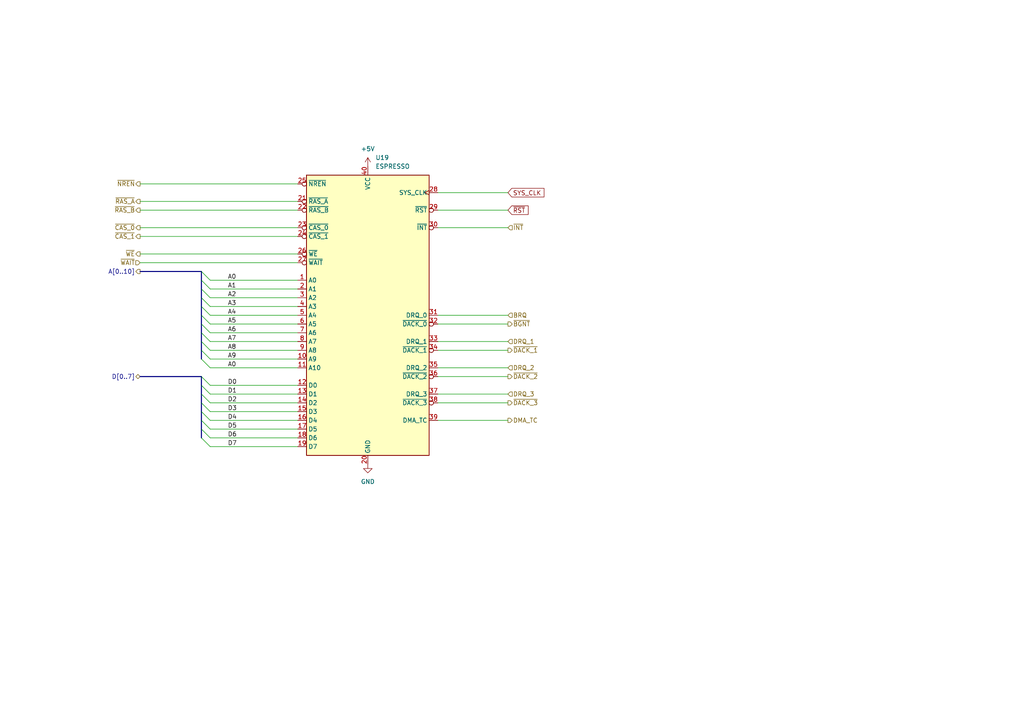
<source format=kicad_sch>
(kicad_sch (version 20230121) (generator eeschema)
  (paper "A4")
  (title_block (title "Anachron CPU"))
  (lib_symbols
    (symbol "anachron:espresso"
      (property "Reference" "U" (at -20.32 10.16 0))
      (property "Value" "ESPRESSO" (at -12.7 41.91 0))
      (symbol "espresso_0_0"
        (pin output line (at -20.32 10.16 0) (length 2.54) (name "A0") (number "1"))
        (pin output line (at -20.32 -12.7 0) (length 2.54) (name "A9") (number "10"))
        (pin output line (at -20.32 -15.24 0) (length 2.54) (name "A10") (number "11"))
        (pin bidirectional line (at -20.32 -20.32 0) (length 2.54) (name "D0") (number "12"))
        (pin bidirectional line (at -20.32 -22.86 0) (length 2.54) (name "D1") (number "13"))
        (pin bidirectional line (at -20.32 -25.4 0) (length 2.54) (name "D2") (number "14"))
        (pin bidirectional line (at -20.32 -27.94 0) (length 2.54) (name "D3") (number "15"))
        (pin bidirectional line (at -20.32 -30.48 0) (length 2.54) (name "D4") (number "16"))
        (pin bidirectional line (at -20.32 -33.02 0) (length 2.54) (name "D5") (number "17"))
        (pin bidirectional line (at -20.32 -35.56 0) (length 2.54) (name "D6") (number "18"))
        (pin bidirectional line (at -20.32 -38.1 0) (length 2.54) (name "D7") (number "19"))
        (pin output line (at -20.32 7.62 0) (length 2.54) (name "A1") (number "2"))
        (pin power_in line (at 0 -43.18 90) (length 2.54) (name "GND") (number "20"))
        (pin output inverted (at -20.32 30.48 0) (length 2.54) (name "~{RAS_B}") (number "22"))
        (pin output inverted (at -20.32 38.1 0) (length 2.54) (name "~{NREN}") (number "25"))
        (pin output inverted (at -20.32 17.78 0) (length 2.54) (name "~{WE}") (number "26"))
        (pin input inverted (at -20.32 15.24 0) (length 2.54) (name "~{WAIT}") (number "27"))
        (pin input clock (at 20.32 35.56 180) (length 2.54) (name "SYS_CLK") (number "28"))
        (pin input inverted (at 20.32 30.48 180) (length 2.54) (name "~{RST}") (number "29"))
        (pin output line (at -20.32 5.08 0) (length 2.54) (name "A2") (number "3"))
        (pin input inverted (at 20.32 25.4 180) (length 2.54) (name "~{INT}") (number "30"))
        (pin bidirectional line (at 20.32 0 180) (length 2.54) (name "DRQ_0") (number "31"))
        (pin bidirectional inverted (at 20.32 -2.54 180) (length 2.54) (name "~{DACK_0}") (number "32"))
        (pin bidirectional line (at 20.32 -7.62 180) (length 2.54) (name "DRQ_1") (number "33"))
        (pin bidirectional inverted (at 20.32 -10.16 180) (length 2.54) (name "~{DACK_1}") (number "34"))
        (pin bidirectional line (at 20.32 -15.24 180) (length 2.54) (name "DRQ_2") (number "35"))
        (pin bidirectional inverted (at 20.32 -17.78 180) (length 2.54) (name "~{DACK_2}") (number "36"))
        (pin bidirectional line (at 20.32 -22.86 180) (length 2.54) (name "DRQ_3") (number "37"))
        (pin bidirectional inverted (at 20.32 -25.4 180) (length 2.54) (name "~{DACK_3}") (number "38"))
        (pin bidirectional line (at 20.32 -30.48 180) (length 2.54) (name "DMA_TC") (number "39"))
        (pin output line (at -20.32 2.54 0) (length 2.54) (name "A3") (number "4"))
        (pin power_in line (at 0 43.18 270) (length 2.54) (name "VCC") (number "40"))
        (pin output line (at -20.32 0 0) (length 2.54) (name "A4") (number "5"))
        (pin output line (at -20.32 -2.54 0) (length 2.54) (name "A5") (number "6"))
        (pin output line (at -20.32 -5.08 0) (length 2.54) (name "A6") (number "7"))
        (pin output line (at -20.32 -7.62 0) (length 2.54) (name "A7") (number "8"))
        (pin output line (at -20.32 -10.16 0) (length 2.54) (name "A8") (number "9"))
      )
      (symbol "espresso_0_1"
        (rectangle (start -17.78 40.64) (end 17.78 -40.64) (stroke (width 0.254)) (fill (type background)))
      )
      (symbol "espresso_1_0"
        (pin output inverted (at -20.32 33.02 0) (length 2.54) (name "~{RAS_A}") (number "21"))
        (pin output inverted (at -20.32 25.4 0) (length 2.54) (name "~{CAS_0}") (number "23"))
        (pin output inverted (at -20.32 22.86 0) (length 2.54) (name "~{CAS_1}") (number "24"))
      )
    )
    (symbol "power:+5V" (power) (pin_names (offset 0))
      (property "Value" "+5V" (at 0 3.556 0))
      (symbol "+5V_0_1"
        (polyline (pts (xy -0.762 1.27) (xy 0 2.54)))
        (polyline (pts (xy 0 0) (xy 0 2.54)))
        (polyline (pts (xy 0 2.54) (xy 0.762 1.27)))
      )
      (symbol "+5V_1_1"
        (pin power_in line (at 0 0 90) (length 0) hide (name "+5V") (number "1"))
      )
    )
    (symbol "power:GND" (power) (pin_names (offset 0))
      (property "Value" "GND" (at 0 -3.81 0))
      (symbol "GND_0_1"
        (polyline (pts (xy 0 0) (xy 0 -1.27) (xy 1.27 -1.27) (xy 0 -2.54) (xy -1.27 -1.27) (xy 0 -1.27)))
      )
      (symbol "GND_1_1"
        (pin power_in line (at 0 0 270) (length 0) hide (name "GND") (number "1"))
      )
    )
  )
  (bus_entry (at 58.42 86.36) (size 2.54 2.54))
  (bus_entry (at 58.42 88.9) (size 2.54 2.54))
  (bus_entry (at 58.42 99.06) (size 2.54 2.54))
  (bus_entry (at 58.42 96.52) (size 2.54 2.54))
  (bus_entry (at 60.96 111.76) (size -2.54 -2.54))
  (bus_entry (at 58.42 93.98) (size 2.54 2.54))
  (bus_entry (at 60.96 124.46) (size -2.54 -2.54))
  (bus_entry (at 58.42 83.82) (size 2.54 2.54))
  (bus_entry (at 58.42 91.44) (size 2.54 2.54))
  (bus_entry (at 60.96 129.54) (size -2.54 -2.54))
  (bus_entry (at 58.42 78.74) (size 2.54 2.54))
  (bus_entry (at 58.42 104.14) (size 2.54 2.54))
  (bus_entry (at 58.42 101.6) (size 2.54 2.54))
  (bus_entry (at 60.96 116.84) (size -2.54 -2.54))
  (bus_entry (at 60.96 121.92) (size -2.54 -2.54))
  (bus_entry (at 60.96 127) (size -2.54 -2.54))
  (bus_entry (at 58.42 81.28) (size 2.54 2.54))
  (bus_entry (at 60.96 114.3) (size -2.54 -2.54))
  (bus_entry (at 60.96 119.38) (size -2.54 -2.54))
  (bus (pts (xy 58.42 91.44) (xy 58.42 93.98)))
  (bus (pts (xy 58.42 96.52) (xy 58.42 99.06)))
  (bus (pts (xy 40.64 109.22) (xy 58.42 109.22)))
  (wire (pts (xy 60.96 101.6) (xy 86.36 101.6)))
  (wire (pts (xy 60.96 111.76) (xy 86.36 111.76)))
  (wire (pts (xy 60.96 81.28) (xy 86.36 81.28)))
  (wire (pts (xy 60.96 93.98) (xy 86.36 93.98)))
  (bus (pts (xy 40.64 78.74) (xy 58.42 78.74)))
  (wire (pts (xy 60.96 106.68) (xy 86.36 106.68)))
  (wire (pts (xy 60.96 88.9) (xy 86.36 88.9)))
  (wire (pts (xy 127 106.68) (xy 147.32 106.68)))
  (wire (pts (xy 40.64 68.58) (xy 86.36 68.58)))
  (wire (pts (xy 40.64 66.04) (xy 86.36 66.04)))
  (bus (pts (xy 58.42 127) (xy 58.42 124.46)))
  (wire (pts (xy 127 114.3) (xy 147.32 114.3)))
  (wire (pts (xy 127 55.88) (xy 147.32 55.88)))
  (wire (pts (xy 127 99.06) (xy 147.32 99.06)))
  (bus (pts (xy 58.42 124.46) (xy 58.42 121.92)))
  (wire (pts (xy 127 60.96) (xy 147.32 60.96)))
  (wire (pts (xy 60.96 91.44) (xy 86.36 91.44)))
  (wire (pts (xy 60.96 83.82) (xy 86.36 83.82)))
  (bus (pts (xy 58.42 111.76) (xy 58.42 109.22)))
  (wire (pts (xy 60.96 116.84) (xy 86.36 116.84)))
  (wire (pts (xy 127 91.44) (xy 147.32 91.44)))
  (bus (pts (xy 58.42 83.82) (xy 58.42 86.36)))
  (bus (pts (xy 58.42 119.38) (xy 58.42 116.84)))
  (wire (pts (xy 60.96 96.52) (xy 86.36 96.52)))
  (wire (pts (xy 60.96 114.3) (xy 86.36 114.3)))
  (wire (pts (xy 60.96 121.92) (xy 86.36 121.92)))
  (bus (pts (xy 58.42 116.84) (xy 58.42 114.3)))
  (bus (pts (xy 58.42 93.98) (xy 58.42 96.52)))
  (wire (pts (xy 40.64 58.42) (xy 86.36 58.42)))
  (wire (pts (xy 127 66.04) (xy 147.32 66.04)))
  (bus (pts (xy 58.42 88.9) (xy 58.42 91.44)))
  (wire (pts (xy 40.64 60.96) (xy 86.36 60.96)))
  (wire (pts (xy 127 116.84) (xy 147.32 116.84)))
  (wire (pts (xy 60.96 124.46) (xy 86.36 124.46)))
  (bus (pts (xy 58.42 101.6) (xy 58.42 104.14)))
  (bus (pts (xy 58.42 81.28) (xy 58.42 83.82)))
  (wire (pts (xy 40.64 76.2) (xy 86.36 76.2)))
  (bus (pts (xy 58.42 121.92) (xy 58.42 119.38)))
  (wire (pts (xy 127 109.22) (xy 147.32 109.22)))
  (wire (pts (xy 127 121.92) (xy 147.32 121.92)))
  (bus (pts (xy 58.42 99.06) (xy 58.42 101.6)))
  (wire (pts (xy 60.96 127) (xy 86.36 127)))
  (bus (pts (xy 58.42 86.36) (xy 58.42 88.9)))
  (wire (pts (xy 60.96 86.36) (xy 86.36 86.36)))
  (wire (pts (xy 60.96 129.54) (xy 86.36 129.54)))
  (bus (pts (xy 58.42 78.74) (xy 58.42 81.28)))
  (wire (pts (xy 60.96 104.14) (xy 86.36 104.14)))
  (wire (pts (xy 127 101.6) (xy 147.32 101.6)))
  (wire (pts (xy 60.96 99.06) (xy 86.36 99.06)))
  (wire (pts (xy 127 93.98) (xy 147.32 93.98)))
  (wire (pts (xy 40.64 53.34) (xy 86.36 53.34)))
  (wire (pts (xy 40.64 73.66) (xy 86.36 73.66)))
  (bus (pts (xy 58.42 114.3) (xy 58.42 111.76)))
  (wire (pts (xy 60.96 119.38) (xy 86.36 119.38)))
  (label "D0" (at 66.04 111.76 0))
  (label "A8" (at 66.04 101.6 0))
  (label "D4" (at 66.04 121.92 0))
  (label "A3" (at 66.04 88.9 0))
  (label "A5" (at 66.04 93.98 0))
  (label "A6" (at 66.04 96.52 0))
  (label "A0" (at 66.04 81.28 0))
  (label "D6" (at 66.04 127 0))
  (label "A0" (at 66.04 106.68 0))
  (label "D2" (at 66.04 116.84 0))
  (label "A9" (at 66.04 104.14 0))
  (label "A7" (at 66.04 99.06 0))
  (label "D3" (at 66.04 119.38 0))
  (label "D1" (at 66.04 114.3 0))
  (label "A4" (at 66.04 91.44 0))
  (label "A2" (at 66.04 86.36 0))
  (label "D7" (at 66.04 129.54 0))
  (label "D5" (at 66.04 124.46 0))
  (label "A1" (at 66.04 83.82 0))
  (global_label "SYS_CLK" (shape input) (at 147.32 55.88 0) (property "Intersheetrefs" "${INTERSHEET_REFS}" (effects hide)))
  (global_label "~{RST}" (shape input) (at 147.32 60.96 0) (property "Intersheetrefs" "${INTERSHEET_REFS}" (effects hide)))
  (hierarchical_label "D[0..7]" (shape bidirectional) (at 40.64 109.22 180))
  (hierarchical_label "~{NREN}" (shape output) (at 40.64 53.34 180))
  (hierarchical_label "A[0..10]" (shape output) (at 40.64 78.74 180))
  (hierarchical_label "DRQ_2" (shape input) (at 147.32 106.68 0))
  (hierarchical_label "~{DACK_2}" (shape output) (at 147.32 109.22 0))
  (hierarchical_label "BRQ" (shape input) (at 147.32 91.44 0))
  (hierarchical_label "~{INT}" (shape input) (at 147.32 66.04 0))
  (hierarchical_label "~{DACK_3}" (shape output) (at 147.32 116.84 0))
  (hierarchical_label "~{CAS_0}" (shape output) (at 40.64 66.04 180))
  (hierarchical_label "~{DACK_1}" (shape output) (at 147.32 101.6 0))
  (hierarchical_label "~{RAS_A}" (shape output) (at 40.64 58.42 180))
  (hierarchical_label "~{WAIT}" (shape input) (at 40.64 76.2 180))
  (hierarchical_label "DRQ_3" (shape input) (at 147.32 114.3 0))
  (hierarchical_label "DMA_TC" (shape output) (at 147.32 121.92 0))
  (hierarchical_label "~{WE}" (shape output) (at 40.64 73.66 180))
  (hierarchical_label "~{BGNT}" (shape output) (at 147.32 93.98 0))
  (hierarchical_label "~{RAS_B}" (shape output) (at 40.64 60.96 180))
  (hierarchical_label "~{CAS_1}" (shape output) (at 40.64 68.58 180))
  (hierarchical_label "DRQ_1" (shape input) (at 147.32 99.06 0))
  (symbol (lib_id "power:GND") (at 106.68 134.62 0) (unit 1)
    (property "Reference" "#PWR049" (effects hide))
    (property "Value" "GND" (at 106.68 139.7 0))
  )
  (symbol (lib_id "power:+5V") (at 106.68 48.26 0) (unit 1)
    (property "Reference" "#PWR048" (effects hide))
    (property "Value" "+5V" (at 106.68 43.18 0))
  )
  (symbol (lib_id "anachron:espresso") (at 106.68 91.44 0) (unit 1)
    (property "Reference" "U19" (at 108.8741 45.72 0) (effects (justify left)))
    (property "Value" "ESPRESSO" (at 108.8741 48.26 0) (effects (justify left)))
    (property "Footprint" "anachron:DIP-40_W15.24mm_Socket" (effects hide))
  )
)
</source>
